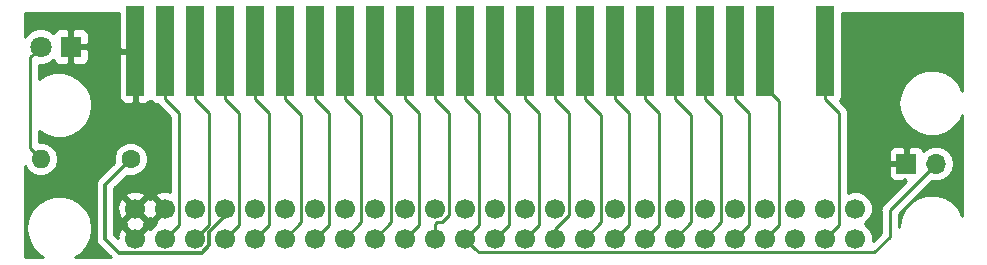
<source format=gbr>
G04 #@! TF.GenerationSoftware,KiCad,Pcbnew,(5.0.1-3-g963ef8bb5)*
G04 #@! TF.CreationDate,2020-10-05T19:50:21+01:00*
G04 #@! TF.ProjectId,ACE_Backplane_Adaptor_B,4143455F4261636B706C616E655F4164,rev?*
G04 #@! TF.SameCoordinates,Original*
G04 #@! TF.FileFunction,Copper,L2,Bot,Signal*
G04 #@! TF.FilePolarity,Positive*
%FSLAX46Y46*%
G04 Gerber Fmt 4.6, Leading zero omitted, Abs format (unit mm)*
G04 Created by KiCad (PCBNEW (5.0.1-3-g963ef8bb5)) date Monday, 05 October 2020 at 19:50:21*
%MOMM*%
%LPD*%
G01*
G04 APERTURE LIST*
G04 #@! TA.AperFunction,ComponentPad*
%ADD10R,1.700000X1.700000*%
G04 #@! TD*
G04 #@! TA.AperFunction,ComponentPad*
%ADD11O,1.700000X1.700000*%
G04 #@! TD*
G04 #@! TA.AperFunction,SMDPad,CuDef*
%ADD12R,1.524000X7.620000*%
G04 #@! TD*
G04 #@! TA.AperFunction,ComponentPad*
%ADD13R,1.800000X1.800000*%
G04 #@! TD*
G04 #@! TA.AperFunction,ComponentPad*
%ADD14C,1.800000*%
G04 #@! TD*
G04 #@! TA.AperFunction,ComponentPad*
%ADD15C,1.600000*%
G04 #@! TD*
G04 #@! TA.AperFunction,ComponentPad*
%ADD16O,1.600000X1.600000*%
G04 #@! TD*
G04 #@! TA.AperFunction,ComponentPad*
%ADD17C,1.700000*%
G04 #@! TD*
G04 #@! TA.AperFunction,Conductor*
%ADD18C,0.300000*%
G04 #@! TD*
G04 #@! TA.AperFunction,Conductor*
%ADD19C,0.250000*%
G04 #@! TD*
G04 #@! TA.AperFunction,Conductor*
%ADD20C,0.254000*%
G04 #@! TD*
G04 APERTURE END LIST*
D10*
G04 #@! TO.P,J2,1*
G04 #@! TO.N,GND*
X184785000Y-91694000D03*
D11*
G04 #@! TO.P,J2,2*
G04 #@! TO.N,Net-(J1-PadB12)*
X187325000Y-91694000D03*
G04 #@! TD*
D12*
G04 #@! TO.P,Z1,B1*
G04 #@! TO.N,GND*
X119507000Y-82169000D03*
G04 #@! TO.P,Z1,B2*
G04 #@! TO.N,Net-(J1-PadB2)*
X122047000Y-82169000D03*
G04 #@! TO.P,Z1,B4*
G04 #@! TO.N,Net-(J1-PadB4)*
X127127000Y-82169000D03*
G04 #@! TO.P,Z1,B3*
G04 #@! TO.N,Net-(J1-PadB3)*
X124587000Y-82169000D03*
G04 #@! TO.P,Z1,B10*
G04 #@! TO.N,Net-(J1-PadB10)*
X142367000Y-82169000D03*
G04 #@! TO.P,Z1,B11*
G04 #@! TO.N,Net-(J1-PadB11)*
X144907000Y-82169000D03*
G04 #@! TO.P,Z1,B12*
G04 #@! TO.N,Net-(J1-PadB12)*
X147447000Y-82169000D03*
G04 #@! TO.P,Z1,B13*
G04 #@! TO.N,Net-(J1-PadB13)*
X149987000Y-82169000D03*
G04 #@! TO.P,Z1,B9*
G04 #@! TO.N,Net-(J1-PadB9)*
X139827000Y-82169000D03*
G04 #@! TO.P,Z1,B8*
G04 #@! TO.N,Net-(J1-PadB8)*
X137287000Y-82169000D03*
G04 #@! TO.P,Z1,B7*
G04 #@! TO.N,Net-(J1-PadB7)*
X134747000Y-82169000D03*
G04 #@! TO.P,Z1,B6*
G04 #@! TO.N,Net-(J1-PadB6)*
X132207000Y-82169000D03*
G04 #@! TO.P,Z1,B22*
G04 #@! TO.N,Net-(J1-PadB22)*
X172847000Y-82169000D03*
G04 #@! TO.P,Z1,B24*
G04 #@! TO.N,Net-(J1-PadB24)*
X177927000Y-82169000D03*
G04 #@! TO.P,Z1,B5*
G04 #@! TO.N,Net-(J1-PadB5)*
X129667000Y-82169000D03*
G04 #@! TO.P,Z1,B18*
G04 #@! TO.N,Net-(J1-PadB18)*
X162687000Y-82169000D03*
G04 #@! TO.P,Z1,B19*
G04 #@! TO.N,Net-(J1-PadB19)*
X165227000Y-82169000D03*
G04 #@! TO.P,Z1,B20*
G04 #@! TO.N,Net-(J1-PadB20)*
X167767000Y-82169000D03*
G04 #@! TO.P,Z1,B21*
G04 #@! TO.N,Net-(J1-PadB21)*
X170307000Y-82169000D03*
G04 #@! TO.P,Z1,B17*
G04 #@! TO.N,Net-(J1-PadB17)*
X160147000Y-82169000D03*
G04 #@! TO.P,Z1,B16*
G04 #@! TO.N,Net-(J1-PadB16)*
X157607000Y-82169000D03*
G04 #@! TO.P,Z1,B15*
G04 #@! TO.N,Net-(J1-PadB15)*
X155067000Y-82169000D03*
G04 #@! TO.P,Z1,B14*
G04 #@! TO.N,Net-(J1-PadB14)*
X152527000Y-82169000D03*
G04 #@! TD*
D13*
G04 #@! TO.P,D1,1*
G04 #@! TO.N,GND*
X114046000Y-81788000D03*
D14*
G04 #@! TO.P,D1,2*
G04 #@! TO.N,Net-(D1-Pad2)*
X111506000Y-81788000D03*
G04 #@! TD*
D15*
G04 #@! TO.P,R1,1*
G04 #@! TO.N,Net-(J1-PadA4)*
X119126000Y-91313000D03*
D16*
G04 #@! TO.P,R1,2*
G04 #@! TO.N,Net-(D1-Pad2)*
X111506000Y-91313000D03*
G04 #@! TD*
D17*
G04 #@! TO.P,J1,A14*
G04 #@! TO.N,Net-(J1-PadA14)*
X152527000Y-95504000D03*
G04 #@! TO.P,J1,A15*
G04 #@! TO.N,Net-(J1-PadA15)*
X155067000Y-95504000D03*
G04 #@! TO.P,J1,A16*
G04 #@! TO.N,Net-(J1-PadA16)*
X157607000Y-95504000D03*
G04 #@! TO.P,J1,A17*
G04 #@! TO.N,Net-(J1-PadA17)*
X160147000Y-95504000D03*
G04 #@! TO.P,J1,A18*
G04 #@! TO.N,Net-(J1-PadA18)*
X162687000Y-95504000D03*
G04 #@! TO.P,J1,A19*
G04 #@! TO.N,Net-(J1-PadA19)*
X165227000Y-95504000D03*
G04 #@! TO.P,J1,A20*
G04 #@! TO.N,Net-(J1-PadA20)*
X167767000Y-95504000D03*
G04 #@! TO.P,J1,A21*
G04 #@! TO.N,Net-(J1-PadA21)*
X170307000Y-95504000D03*
G04 #@! TO.P,J1,A22*
G04 #@! TO.N,Net-(J1-PadA22)*
X172847000Y-95504000D03*
G04 #@! TO.P,J1,*
G04 #@! TO.N,*
X175387000Y-95504000D03*
G04 #@! TO.P,J1,A24*
G04 #@! TO.N,Net-(J1-PadA24)*
X177927000Y-95504000D03*
G04 #@! TO.P,J1,A13*
G04 #@! TO.N,Net-(J1-PadA13)*
X149987000Y-95504000D03*
G04 #@! TO.P,J1,A12*
G04 #@! TO.N,Net-(J1-PadA12)*
X147447000Y-95504000D03*
G04 #@! TO.P,J1,A11*
G04 #@! TO.N,Net-(J1-PadA11)*
X144907000Y-95504000D03*
G04 #@! TO.P,J1,A10*
G04 #@! TO.N,Net-(J1-PadA10)*
X142367000Y-95504000D03*
G04 #@! TO.P,J1,A9*
G04 #@! TO.N,Net-(J1-PadA9)*
X139827000Y-95504000D03*
G04 #@! TO.P,J1,A8*
G04 #@! TO.N,Net-(J1-PadA8)*
X137287000Y-95504000D03*
G04 #@! TO.P,J1,A7*
G04 #@! TO.N,Net-(J1-PadA7)*
X134747000Y-95504000D03*
G04 #@! TO.P,J1,A6*
G04 #@! TO.N,Net-(J1-PadA6)*
X132207000Y-95504000D03*
G04 #@! TO.P,J1,A5*
G04 #@! TO.N,Net-(J1-PadA5)*
X129667000Y-95504000D03*
G04 #@! TO.P,J1,A4*
G04 #@! TO.N,Net-(J1-PadA4)*
X127127000Y-95504000D03*
G04 #@! TO.P,J1,A3*
G04 #@! TO.N,Net-(J1-PadA3)*
X124587000Y-95504000D03*
G04 #@! TO.P,J1,A2*
G04 #@! TO.N,GND*
X122047000Y-95504000D03*
G04 #@! TO.P,J1,A1*
X119507000Y-95504000D03*
G04 #@! TO.P,J1,B1*
X119507000Y-98044000D03*
G04 #@! TO.P,J1,B2*
G04 #@! TO.N,Net-(J1-PadB2)*
X122047000Y-98044000D03*
G04 #@! TO.P,J1,B3*
G04 #@! TO.N,Net-(J1-PadB3)*
X124587000Y-98044000D03*
G04 #@! TO.P,J1,B4*
G04 #@! TO.N,Net-(J1-PadB4)*
X127127000Y-98044000D03*
G04 #@! TO.P,J1,B5*
G04 #@! TO.N,Net-(J1-PadB5)*
X129667000Y-98044000D03*
G04 #@! TO.P,J1,B6*
G04 #@! TO.N,Net-(J1-PadB6)*
X132207000Y-98044000D03*
G04 #@! TO.P,J1,B7*
G04 #@! TO.N,Net-(J1-PadB7)*
X134747000Y-98044000D03*
G04 #@! TO.P,J1,B8*
G04 #@! TO.N,Net-(J1-PadB8)*
X137287000Y-98044000D03*
G04 #@! TO.P,J1,B9*
G04 #@! TO.N,Net-(J1-PadB9)*
X139827000Y-98044000D03*
G04 #@! TO.P,J1,B10*
G04 #@! TO.N,Net-(J1-PadB10)*
X142367000Y-98044000D03*
G04 #@! TO.P,J1,B11*
G04 #@! TO.N,Net-(J1-PadB11)*
X144907000Y-98044000D03*
G04 #@! TO.P,J1,B12*
G04 #@! TO.N,Net-(J1-PadB12)*
X147447000Y-98044000D03*
G04 #@! TO.P,J1,B13*
G04 #@! TO.N,Net-(J1-PadB13)*
X149987000Y-98044000D03*
G04 #@! TO.P,J1,B24*
G04 #@! TO.N,Net-(J1-PadB24)*
X177927000Y-98044000D03*
G04 #@! TO.P,J1,*
G04 #@! TO.N,*
X175387000Y-98044000D03*
G04 #@! TO.P,J1,B22*
G04 #@! TO.N,Net-(J1-PadB22)*
X172847000Y-98044000D03*
G04 #@! TO.P,J1,B21*
G04 #@! TO.N,Net-(J1-PadB21)*
X170307000Y-98044000D03*
G04 #@! TO.P,J1,B20*
G04 #@! TO.N,Net-(J1-PadB20)*
X167767000Y-98044000D03*
G04 #@! TO.P,J1,B19*
G04 #@! TO.N,Net-(J1-PadB19)*
X165227000Y-98044000D03*
G04 #@! TO.P,J1,B18*
G04 #@! TO.N,Net-(J1-PadB18)*
X162687000Y-98044000D03*
G04 #@! TO.P,J1,B17*
G04 #@! TO.N,Net-(J1-PadB17)*
X160147000Y-98044000D03*
G04 #@! TO.P,J1,B16*
G04 #@! TO.N,Net-(J1-PadB16)*
X157607000Y-98044000D03*
G04 #@! TO.P,J1,B15*
G04 #@! TO.N,Net-(J1-PadB15)*
X155067000Y-98044000D03*
G04 #@! TO.P,J1,B14*
G04 #@! TO.N,Net-(J1-PadB14)*
X152527000Y-98044000D03*
G04 #@! TO.P,J1,A25*
G04 #@! TO.N,N/C*
X180467000Y-95504000D03*
G04 #@! TO.P,J1,B25*
X180467000Y-98044000D03*
G04 #@! TD*
D18*
G04 #@! TO.N,Net-(J1-PadA4)*
X125163001Y-99244001D02*
X118167001Y-99244001D01*
X125787001Y-98620001D02*
X125163001Y-99244001D01*
X125787001Y-97515763D02*
X125787001Y-98620001D01*
X127127000Y-96175764D02*
X125787001Y-97515763D01*
X127127000Y-95504000D02*
X127127000Y-96175764D01*
X118167001Y-99244001D02*
X116967000Y-98044000D01*
X116967000Y-93472000D02*
X119126000Y-91313000D01*
X116967000Y-98044000D02*
X116967000Y-93472000D01*
D19*
G04 #@! TO.N,Net-(J1-PadB2)*
X122047000Y-86229000D02*
X122047000Y-82169000D01*
X123222001Y-87404001D02*
X122047000Y-86229000D01*
X123222001Y-96868999D02*
X123222001Y-87404001D01*
X122047000Y-98044000D02*
X123222001Y-96868999D01*
G04 #@! TO.N,Net-(J1-PadB3)*
X124587000Y-86229000D02*
X124587000Y-82169000D01*
X125762001Y-87404001D02*
X124587000Y-86229000D01*
X125762001Y-96868999D02*
X125762001Y-87404001D01*
X124587000Y-98044000D02*
X125762001Y-96868999D01*
G04 #@! TO.N,Net-(J1-PadB4)*
X127127000Y-86229000D02*
X127127000Y-82169000D01*
X128302001Y-87404001D02*
X127127000Y-86229000D01*
X128302001Y-96868999D02*
X128302001Y-87404001D01*
X127127000Y-98044000D02*
X128302001Y-96868999D01*
G04 #@! TO.N,Net-(J1-PadB5)*
X129667000Y-86229000D02*
X129667000Y-82169000D01*
X130842001Y-87404001D02*
X129667000Y-86229000D01*
X130842001Y-96868999D02*
X130842001Y-87404001D01*
X129667000Y-98044000D02*
X130842001Y-96868999D01*
G04 #@! TO.N,Net-(J1-PadB6)*
X132207000Y-86229000D02*
X132207000Y-82169000D01*
X133571999Y-87593999D02*
X132207000Y-86229000D01*
X133571999Y-96679001D02*
X133571999Y-87593999D01*
X132207000Y-98044000D02*
X133571999Y-96679001D01*
G04 #@! TO.N,Net-(J1-PadB7)*
X135922001Y-87404001D02*
X134747000Y-86229000D01*
X134747000Y-86229000D02*
X134747000Y-82169000D01*
X135922001Y-96868999D02*
X135922001Y-87404001D01*
X134747000Y-98044000D02*
X135922001Y-96868999D01*
G04 #@! TO.N,Net-(J1-PadB8)*
X137287000Y-86229000D02*
X137287000Y-82169000D01*
X138651999Y-87593999D02*
X137287000Y-86229000D01*
X138651999Y-96679001D02*
X138651999Y-87593999D01*
X137287000Y-98044000D02*
X138651999Y-96679001D01*
G04 #@! TO.N,Net-(J1-PadB9)*
X141191999Y-87593999D02*
X139827000Y-86229000D01*
X141191999Y-96679001D02*
X141191999Y-87593999D01*
X139827000Y-86229000D02*
X139827000Y-82169000D01*
X139827000Y-98044000D02*
X141191999Y-96679001D01*
G04 #@! TO.N,Net-(J1-PadB10)*
X142367000Y-86229000D02*
X142367000Y-82169000D01*
X143542001Y-87404001D02*
X142367000Y-86229000D01*
X143542001Y-96868999D02*
X143542001Y-87404001D01*
X142367000Y-98044000D02*
X143542001Y-96868999D01*
G04 #@! TO.N,Net-(J1-PadB11)*
X146082001Y-87404001D02*
X144907000Y-86229000D01*
X146082001Y-96068001D02*
X146082001Y-87404001D01*
X145471001Y-96679001D02*
X146082001Y-96068001D01*
X145069918Y-96679001D02*
X145471001Y-96679001D01*
X144907000Y-96841919D02*
X145069918Y-96679001D01*
X144907000Y-86229000D02*
X144907000Y-82169000D01*
X144907000Y-98044000D02*
X144907000Y-96841919D01*
G04 #@! TO.N,Net-(J1-PadB12)*
X187325000Y-91694000D02*
X183388000Y-95631000D01*
X183388000Y-95631000D02*
X183388000Y-97917000D01*
X148296999Y-98893999D02*
X147447000Y-98044000D01*
X148622001Y-99219001D02*
X148296999Y-98893999D01*
X182085999Y-99219001D02*
X148622001Y-99219001D01*
X183388000Y-97917000D02*
X182085999Y-99219001D01*
X148622001Y-87404001D02*
X147447000Y-86229000D01*
X148622001Y-96868999D02*
X148622001Y-87404001D01*
X147447000Y-86229000D02*
X147447000Y-82169000D01*
X147447000Y-98044000D02*
X148622001Y-96868999D01*
G04 #@! TO.N,Net-(J1-PadB13)*
X149987000Y-86229000D02*
X149987000Y-82169000D01*
X151162001Y-87404001D02*
X149987000Y-86229000D01*
X151162001Y-96868999D02*
X151162001Y-87404001D01*
X149987000Y-98044000D02*
X151162001Y-96868999D01*
G04 #@! TO.N,Net-(J1-PadB24)*
X177927000Y-86229000D02*
X177927000Y-82169000D01*
X179102001Y-87404001D02*
X177927000Y-86229000D01*
X179102001Y-96868999D02*
X179102001Y-87404001D01*
X177927000Y-98044000D02*
X179102001Y-96868999D01*
G04 #@! TO.N,Net-(J1-PadB22)*
X172847000Y-85217000D02*
X172847000Y-82169000D01*
X174022001Y-86392001D02*
X172847000Y-85217000D01*
X174022001Y-96868999D02*
X174022001Y-86392001D01*
X172847000Y-98044000D02*
X174022001Y-96868999D01*
G04 #@! TO.N,Net-(J1-PadB21)*
X170307000Y-86229000D02*
X170307000Y-82169000D01*
X171482001Y-96868999D02*
X171482001Y-87404001D01*
X171482001Y-87404001D02*
X170307000Y-86229000D01*
X170307000Y-98044000D02*
X171482001Y-96868999D01*
G04 #@! TO.N,Net-(J1-PadB20)*
X167767000Y-86229000D02*
X167767000Y-82169000D01*
X169131999Y-96679001D02*
X169131999Y-87593999D01*
X169131999Y-87593999D02*
X167767000Y-86229000D01*
X167767000Y-98044000D02*
X169131999Y-96679001D01*
G04 #@! TO.N,Net-(J1-PadB19)*
X166591999Y-87593999D02*
X165227000Y-86229000D01*
X166591999Y-96679001D02*
X166591999Y-87593999D01*
X165227000Y-86229000D02*
X165227000Y-82169000D01*
X165227000Y-98044000D02*
X166591999Y-96679001D01*
G04 #@! TO.N,Net-(J1-PadB18)*
X162687000Y-86229000D02*
X162687000Y-82169000D01*
X163862001Y-87404001D02*
X162687000Y-86229000D01*
X163862001Y-96868999D02*
X163862001Y-87404001D01*
X162687000Y-98044000D02*
X163862001Y-96868999D01*
G04 #@! TO.N,Net-(J1-PadB17)*
X161322001Y-87404001D02*
X160147000Y-86229000D01*
X161322001Y-96868999D02*
X161322001Y-87404001D01*
X160147000Y-86229000D02*
X160147000Y-82169000D01*
X160147000Y-98044000D02*
X161322001Y-96868999D01*
G04 #@! TO.N,Net-(J1-PadB16)*
X158971999Y-87593999D02*
X157607000Y-86229000D01*
X158971999Y-96679001D02*
X158971999Y-87593999D01*
X157607000Y-86229000D02*
X157607000Y-82169000D01*
X157607000Y-98044000D02*
X158971999Y-96679001D01*
G04 #@! TO.N,Net-(J1-PadB15)*
X155067000Y-86229000D02*
X155067000Y-82169000D01*
X156242001Y-87404001D02*
X155067000Y-86229000D01*
X156242001Y-96068001D02*
X156242001Y-87404001D01*
X155067000Y-97243002D02*
X156242001Y-96068001D01*
X155067000Y-98044000D02*
X155067000Y-97243002D01*
G04 #@! TO.N,Net-(J1-PadB14)*
X153702001Y-87404001D02*
X152527000Y-86229000D01*
X152527000Y-86229000D02*
X152527000Y-82169000D01*
X153702001Y-96868999D02*
X153702001Y-87404001D01*
X152527000Y-98044000D02*
X153702001Y-96868999D01*
G04 #@! TO.N,Net-(D1-Pad2)*
X111506000Y-81788000D02*
X110606001Y-82687999D01*
X110606001Y-90413001D02*
X111506000Y-91313000D01*
X110606001Y-82687999D02*
X110606001Y-90413001D01*
G04 #@! TD*
D20*
G04 #@! TO.N,GND*
G36*
X118110000Y-81883250D02*
X118268750Y-82042000D01*
X119380000Y-82042000D01*
X119380000Y-82022000D01*
X119634000Y-82022000D01*
X119634000Y-82042000D01*
X119654000Y-82042000D01*
X119654000Y-82296000D01*
X119634000Y-82296000D01*
X119634000Y-86455250D01*
X119792750Y-86614000D01*
X120395309Y-86614000D01*
X120628698Y-86517327D01*
X120779937Y-86366089D01*
X120827191Y-86436809D01*
X121037235Y-86577157D01*
X121285000Y-86626440D01*
X121398518Y-86626440D01*
X121499071Y-86776929D01*
X121562530Y-86819331D01*
X122462002Y-87718805D01*
X122462001Y-94074856D01*
X122275721Y-94007282D01*
X121685542Y-94033685D01*
X121262920Y-94208741D01*
X121182647Y-94460042D01*
X122047000Y-95324395D01*
X122061143Y-95310253D01*
X122240748Y-95489858D01*
X122226605Y-95504000D01*
X122240748Y-95518143D01*
X122061143Y-95697748D01*
X122047000Y-95683605D01*
X121182647Y-96547958D01*
X121252247Y-96765845D01*
X121205815Y-96785078D01*
X120788078Y-97202815D01*
X120768845Y-97249247D01*
X120550958Y-97179647D01*
X119686605Y-98044000D01*
X119700748Y-98058143D01*
X119521143Y-98237748D01*
X119507000Y-98223605D01*
X119492858Y-98237748D01*
X119313253Y-98058143D01*
X119327395Y-98044000D01*
X118463042Y-97179647D01*
X118211741Y-97259920D01*
X118010282Y-97815279D01*
X118017862Y-97984705D01*
X117752000Y-97718843D01*
X117752000Y-96547958D01*
X118642647Y-96547958D01*
X118714852Y-96774000D01*
X118642647Y-97000042D01*
X119507000Y-97864395D01*
X120371353Y-97000042D01*
X120299148Y-96774000D01*
X120371353Y-96547958D01*
X119507000Y-95683605D01*
X118642647Y-96547958D01*
X117752000Y-96547958D01*
X117752000Y-95275279D01*
X118010282Y-95275279D01*
X118036685Y-95865458D01*
X118211741Y-96288080D01*
X118463042Y-96368353D01*
X119327395Y-95504000D01*
X119686605Y-95504000D01*
X120550958Y-96368353D01*
X120777000Y-96296148D01*
X121003042Y-96368353D01*
X121867395Y-95504000D01*
X121003042Y-94639647D01*
X120777000Y-94711852D01*
X120550958Y-94639647D01*
X119686605Y-95504000D01*
X119327395Y-95504000D01*
X118463042Y-94639647D01*
X118211741Y-94719920D01*
X118010282Y-95275279D01*
X117752000Y-95275279D01*
X117752000Y-94460042D01*
X118642647Y-94460042D01*
X119507000Y-95324395D01*
X120371353Y-94460042D01*
X120291080Y-94208741D01*
X119735721Y-94007282D01*
X119145542Y-94033685D01*
X118722920Y-94208741D01*
X118642647Y-94460042D01*
X117752000Y-94460042D01*
X117752000Y-93797157D01*
X118812699Y-92736459D01*
X118840561Y-92748000D01*
X119411439Y-92748000D01*
X119938862Y-92529534D01*
X120342534Y-92125862D01*
X120561000Y-91598439D01*
X120561000Y-91027561D01*
X120342534Y-90500138D01*
X119938862Y-90096466D01*
X119411439Y-89878000D01*
X118840561Y-89878000D01*
X118313138Y-90096466D01*
X117909466Y-90500138D01*
X117691000Y-91027561D01*
X117691000Y-91598439D01*
X117702541Y-91626301D01*
X116466590Y-92862253D01*
X116401048Y-92906047D01*
X116357254Y-92971589D01*
X116357251Y-92971592D01*
X116227546Y-93165709D01*
X116166622Y-93472000D01*
X116182001Y-93549317D01*
X116182000Y-97966688D01*
X116166622Y-98044000D01*
X116182000Y-98121312D01*
X116182000Y-98121315D01*
X116227546Y-98350291D01*
X116401047Y-98609953D01*
X116466592Y-98653749D01*
X117432843Y-99620000D01*
X114447801Y-99620000D01*
X114924955Y-99310724D01*
X115444096Y-98708231D01*
X115773271Y-97984249D01*
X115886017Y-97196979D01*
X115885180Y-97128447D01*
X115753232Y-96344166D01*
X115406467Y-95628443D01*
X114872761Y-95038813D01*
X114195017Y-94622677D01*
X113427719Y-94413488D01*
X112632550Y-94428062D01*
X111873433Y-94665227D01*
X111211393Y-95105919D01*
X110699651Y-95714709D01*
X110379346Y-96442659D01*
X110276226Y-97231248D01*
X110398582Y-98017082D01*
X110736577Y-98736988D01*
X111263041Y-99333094D01*
X111717759Y-99620000D01*
X110184000Y-99620000D01*
X110184000Y-91917418D01*
X110471423Y-92347577D01*
X110946091Y-92664740D01*
X111364667Y-92748000D01*
X111647333Y-92748000D01*
X112065909Y-92664740D01*
X112540577Y-92347577D01*
X112857740Y-91872909D01*
X112969113Y-91313000D01*
X112857740Y-90753091D01*
X112540577Y-90278423D01*
X112065909Y-89961260D01*
X111647333Y-89878000D01*
X111366001Y-89878000D01*
X111366001Y-88948057D01*
X111935650Y-89307479D01*
X112700335Y-89526027D01*
X113495622Y-89521168D01*
X114257580Y-89293295D01*
X114924955Y-88860724D01*
X115444096Y-88258231D01*
X115773271Y-87534249D01*
X115886017Y-86746979D01*
X115885180Y-86678447D01*
X115753232Y-85894166D01*
X115406467Y-85178443D01*
X114872761Y-84588813D01*
X114195017Y-84172677D01*
X113427719Y-83963488D01*
X112632550Y-83978062D01*
X111873433Y-84215227D01*
X111366001Y-84553003D01*
X111366001Y-83323000D01*
X111811330Y-83323000D01*
X112375507Y-83089310D01*
X112551861Y-82912956D01*
X112607673Y-83047699D01*
X112786302Y-83226327D01*
X113019691Y-83323000D01*
X113760250Y-83323000D01*
X113919000Y-83164250D01*
X113919000Y-81915000D01*
X114173000Y-81915000D01*
X114173000Y-83164250D01*
X114331750Y-83323000D01*
X115072309Y-83323000D01*
X115305698Y-83226327D01*
X115484327Y-83047699D01*
X115581000Y-82814310D01*
X115581000Y-82454750D01*
X118110000Y-82454750D01*
X118110000Y-86105310D01*
X118206673Y-86338699D01*
X118385302Y-86517327D01*
X118618691Y-86614000D01*
X119221250Y-86614000D01*
X119380000Y-86455250D01*
X119380000Y-82296000D01*
X118268750Y-82296000D01*
X118110000Y-82454750D01*
X115581000Y-82454750D01*
X115581000Y-82073750D01*
X115422250Y-81915000D01*
X114173000Y-81915000D01*
X113919000Y-81915000D01*
X113899000Y-81915000D01*
X113899000Y-81661000D01*
X113919000Y-81661000D01*
X113919000Y-80411750D01*
X114173000Y-80411750D01*
X114173000Y-81661000D01*
X115422250Y-81661000D01*
X115581000Y-81502250D01*
X115581000Y-80761690D01*
X115484327Y-80528301D01*
X115305698Y-80349673D01*
X115072309Y-80253000D01*
X114331750Y-80253000D01*
X114173000Y-80411750D01*
X113919000Y-80411750D01*
X113760250Y-80253000D01*
X113019691Y-80253000D01*
X112786302Y-80349673D01*
X112607673Y-80528301D01*
X112551861Y-80663044D01*
X112375507Y-80486690D01*
X111811330Y-80253000D01*
X111200670Y-80253000D01*
X110636493Y-80486690D01*
X110204690Y-80918493D01*
X110184000Y-80968443D01*
X110184000Y-78942000D01*
X118110000Y-78942000D01*
X118110000Y-81883250D01*
X118110000Y-81883250D01*
G37*
X118110000Y-81883250D02*
X118268750Y-82042000D01*
X119380000Y-82042000D01*
X119380000Y-82022000D01*
X119634000Y-82022000D01*
X119634000Y-82042000D01*
X119654000Y-82042000D01*
X119654000Y-82296000D01*
X119634000Y-82296000D01*
X119634000Y-86455250D01*
X119792750Y-86614000D01*
X120395309Y-86614000D01*
X120628698Y-86517327D01*
X120779937Y-86366089D01*
X120827191Y-86436809D01*
X121037235Y-86577157D01*
X121285000Y-86626440D01*
X121398518Y-86626440D01*
X121499071Y-86776929D01*
X121562530Y-86819331D01*
X122462002Y-87718805D01*
X122462001Y-94074856D01*
X122275721Y-94007282D01*
X121685542Y-94033685D01*
X121262920Y-94208741D01*
X121182647Y-94460042D01*
X122047000Y-95324395D01*
X122061143Y-95310253D01*
X122240748Y-95489858D01*
X122226605Y-95504000D01*
X122240748Y-95518143D01*
X122061143Y-95697748D01*
X122047000Y-95683605D01*
X121182647Y-96547958D01*
X121252247Y-96765845D01*
X121205815Y-96785078D01*
X120788078Y-97202815D01*
X120768845Y-97249247D01*
X120550958Y-97179647D01*
X119686605Y-98044000D01*
X119700748Y-98058143D01*
X119521143Y-98237748D01*
X119507000Y-98223605D01*
X119492858Y-98237748D01*
X119313253Y-98058143D01*
X119327395Y-98044000D01*
X118463042Y-97179647D01*
X118211741Y-97259920D01*
X118010282Y-97815279D01*
X118017862Y-97984705D01*
X117752000Y-97718843D01*
X117752000Y-96547958D01*
X118642647Y-96547958D01*
X118714852Y-96774000D01*
X118642647Y-97000042D01*
X119507000Y-97864395D01*
X120371353Y-97000042D01*
X120299148Y-96774000D01*
X120371353Y-96547958D01*
X119507000Y-95683605D01*
X118642647Y-96547958D01*
X117752000Y-96547958D01*
X117752000Y-95275279D01*
X118010282Y-95275279D01*
X118036685Y-95865458D01*
X118211741Y-96288080D01*
X118463042Y-96368353D01*
X119327395Y-95504000D01*
X119686605Y-95504000D01*
X120550958Y-96368353D01*
X120777000Y-96296148D01*
X121003042Y-96368353D01*
X121867395Y-95504000D01*
X121003042Y-94639647D01*
X120777000Y-94711852D01*
X120550958Y-94639647D01*
X119686605Y-95504000D01*
X119327395Y-95504000D01*
X118463042Y-94639647D01*
X118211741Y-94719920D01*
X118010282Y-95275279D01*
X117752000Y-95275279D01*
X117752000Y-94460042D01*
X118642647Y-94460042D01*
X119507000Y-95324395D01*
X120371353Y-94460042D01*
X120291080Y-94208741D01*
X119735721Y-94007282D01*
X119145542Y-94033685D01*
X118722920Y-94208741D01*
X118642647Y-94460042D01*
X117752000Y-94460042D01*
X117752000Y-93797157D01*
X118812699Y-92736459D01*
X118840561Y-92748000D01*
X119411439Y-92748000D01*
X119938862Y-92529534D01*
X120342534Y-92125862D01*
X120561000Y-91598439D01*
X120561000Y-91027561D01*
X120342534Y-90500138D01*
X119938862Y-90096466D01*
X119411439Y-89878000D01*
X118840561Y-89878000D01*
X118313138Y-90096466D01*
X117909466Y-90500138D01*
X117691000Y-91027561D01*
X117691000Y-91598439D01*
X117702541Y-91626301D01*
X116466590Y-92862253D01*
X116401048Y-92906047D01*
X116357254Y-92971589D01*
X116357251Y-92971592D01*
X116227546Y-93165709D01*
X116166622Y-93472000D01*
X116182001Y-93549317D01*
X116182000Y-97966688D01*
X116166622Y-98044000D01*
X116182000Y-98121312D01*
X116182000Y-98121315D01*
X116227546Y-98350291D01*
X116401047Y-98609953D01*
X116466592Y-98653749D01*
X117432843Y-99620000D01*
X114447801Y-99620000D01*
X114924955Y-99310724D01*
X115444096Y-98708231D01*
X115773271Y-97984249D01*
X115886017Y-97196979D01*
X115885180Y-97128447D01*
X115753232Y-96344166D01*
X115406467Y-95628443D01*
X114872761Y-95038813D01*
X114195017Y-94622677D01*
X113427719Y-94413488D01*
X112632550Y-94428062D01*
X111873433Y-94665227D01*
X111211393Y-95105919D01*
X110699651Y-95714709D01*
X110379346Y-96442659D01*
X110276226Y-97231248D01*
X110398582Y-98017082D01*
X110736577Y-98736988D01*
X111263041Y-99333094D01*
X111717759Y-99620000D01*
X110184000Y-99620000D01*
X110184000Y-91917418D01*
X110471423Y-92347577D01*
X110946091Y-92664740D01*
X111364667Y-92748000D01*
X111647333Y-92748000D01*
X112065909Y-92664740D01*
X112540577Y-92347577D01*
X112857740Y-91872909D01*
X112969113Y-91313000D01*
X112857740Y-90753091D01*
X112540577Y-90278423D01*
X112065909Y-89961260D01*
X111647333Y-89878000D01*
X111366001Y-89878000D01*
X111366001Y-88948057D01*
X111935650Y-89307479D01*
X112700335Y-89526027D01*
X113495622Y-89521168D01*
X114257580Y-89293295D01*
X114924955Y-88860724D01*
X115444096Y-88258231D01*
X115773271Y-87534249D01*
X115886017Y-86746979D01*
X115885180Y-86678447D01*
X115753232Y-85894166D01*
X115406467Y-85178443D01*
X114872761Y-84588813D01*
X114195017Y-84172677D01*
X113427719Y-83963488D01*
X112632550Y-83978062D01*
X111873433Y-84215227D01*
X111366001Y-84553003D01*
X111366001Y-83323000D01*
X111811330Y-83323000D01*
X112375507Y-83089310D01*
X112551861Y-82912956D01*
X112607673Y-83047699D01*
X112786302Y-83226327D01*
X113019691Y-83323000D01*
X113760250Y-83323000D01*
X113919000Y-83164250D01*
X113919000Y-81915000D01*
X114173000Y-81915000D01*
X114173000Y-83164250D01*
X114331750Y-83323000D01*
X115072309Y-83323000D01*
X115305698Y-83226327D01*
X115484327Y-83047699D01*
X115581000Y-82814310D01*
X115581000Y-82454750D01*
X118110000Y-82454750D01*
X118110000Y-86105310D01*
X118206673Y-86338699D01*
X118385302Y-86517327D01*
X118618691Y-86614000D01*
X119221250Y-86614000D01*
X119380000Y-86455250D01*
X119380000Y-82296000D01*
X118268750Y-82296000D01*
X118110000Y-82454750D01*
X115581000Y-82454750D01*
X115581000Y-82073750D01*
X115422250Y-81915000D01*
X114173000Y-81915000D01*
X113919000Y-81915000D01*
X113899000Y-81915000D01*
X113899000Y-81661000D01*
X113919000Y-81661000D01*
X113919000Y-80411750D01*
X114173000Y-80411750D01*
X114173000Y-81661000D01*
X115422250Y-81661000D01*
X115581000Y-81502250D01*
X115581000Y-80761690D01*
X115484327Y-80528301D01*
X115305698Y-80349673D01*
X115072309Y-80253000D01*
X114331750Y-80253000D01*
X114173000Y-80411750D01*
X113919000Y-80411750D01*
X113760250Y-80253000D01*
X113019691Y-80253000D01*
X112786302Y-80349673D01*
X112607673Y-80528301D01*
X112551861Y-80663044D01*
X112375507Y-80486690D01*
X111811330Y-80253000D01*
X111200670Y-80253000D01*
X110636493Y-80486690D01*
X110204690Y-80918493D01*
X110184000Y-80968443D01*
X110184000Y-78942000D01*
X118110000Y-78942000D01*
X118110000Y-81883250D01*
G36*
X189536001Y-85537809D02*
X189269450Y-84987648D01*
X188735744Y-84398018D01*
X188058000Y-83981882D01*
X187290702Y-83772693D01*
X186495533Y-83787267D01*
X185736416Y-84024432D01*
X185074376Y-84465124D01*
X184562634Y-85073914D01*
X184242329Y-85801864D01*
X184139209Y-86590453D01*
X184261565Y-87376287D01*
X184599560Y-88096193D01*
X185126024Y-88692299D01*
X185798633Y-89116684D01*
X186563318Y-89335232D01*
X187358605Y-89330373D01*
X188120563Y-89102500D01*
X188787938Y-88669929D01*
X189307079Y-88067436D01*
X189536001Y-87563950D01*
X189536000Y-96118624D01*
X189269450Y-95568464D01*
X188735744Y-94978834D01*
X188058000Y-94562698D01*
X187290702Y-94353509D01*
X186495533Y-94368083D01*
X185736416Y-94605248D01*
X185074376Y-95045940D01*
X184562634Y-95654730D01*
X184242329Y-96382680D01*
X184148000Y-97104042D01*
X184148000Y-95945801D01*
X186958592Y-93135209D01*
X187178744Y-93179000D01*
X187471256Y-93179000D01*
X187904418Y-93092839D01*
X188395625Y-92764625D01*
X188723839Y-92273418D01*
X188839092Y-91694000D01*
X188723839Y-91114582D01*
X188395625Y-90623375D01*
X187904418Y-90295161D01*
X187471256Y-90209000D01*
X187178744Y-90209000D01*
X186745582Y-90295161D01*
X186254375Y-90623375D01*
X186239904Y-90645033D01*
X186173327Y-90484302D01*
X185994699Y-90305673D01*
X185761310Y-90209000D01*
X185070750Y-90209000D01*
X184912000Y-90367750D01*
X184912000Y-91567000D01*
X184932000Y-91567000D01*
X184932000Y-91821000D01*
X184912000Y-91821000D01*
X184912000Y-91841000D01*
X184658000Y-91841000D01*
X184658000Y-91821000D01*
X183458750Y-91821000D01*
X183300000Y-91979750D01*
X183300000Y-92670309D01*
X183396673Y-92903698D01*
X183575301Y-93082327D01*
X183808690Y-93179000D01*
X184499250Y-93179000D01*
X184657998Y-93020252D01*
X184657998Y-93179000D01*
X184765198Y-93179000D01*
X182903530Y-95040669D01*
X182840071Y-95083071D01*
X182672096Y-95334464D01*
X182628000Y-95556149D01*
X182628000Y-95556153D01*
X182613112Y-95631000D01*
X182628000Y-95705847D01*
X182628001Y-97602197D01*
X181952000Y-98278198D01*
X181952000Y-97748615D01*
X181725922Y-97202815D01*
X181308185Y-96785078D01*
X181281440Y-96774000D01*
X181308185Y-96762922D01*
X181725922Y-96345185D01*
X181952000Y-95799385D01*
X181952000Y-95208615D01*
X181725922Y-94662815D01*
X181308185Y-94245078D01*
X180762385Y-94019000D01*
X180171615Y-94019000D01*
X179862001Y-94147246D01*
X179862001Y-90717691D01*
X183300000Y-90717691D01*
X183300000Y-91408250D01*
X183458750Y-91567000D01*
X184658000Y-91567000D01*
X184658000Y-90367750D01*
X184499250Y-90209000D01*
X183808690Y-90209000D01*
X183575301Y-90305673D01*
X183396673Y-90484302D01*
X183300000Y-90717691D01*
X179862001Y-90717691D01*
X179862001Y-87478847D01*
X179876889Y-87404000D01*
X179862001Y-87329153D01*
X179862001Y-87329149D01*
X179817905Y-87107464D01*
X179775269Y-87043655D01*
X179692330Y-86919527D01*
X179692328Y-86919525D01*
X179649930Y-86856072D01*
X179586477Y-86813674D01*
X179171964Y-86399162D01*
X179287157Y-86226765D01*
X179336440Y-85979000D01*
X179336440Y-78942000D01*
X189536001Y-78942000D01*
X189536001Y-85537809D01*
X189536001Y-85537809D01*
G37*
X189536001Y-85537809D02*
X189269450Y-84987648D01*
X188735744Y-84398018D01*
X188058000Y-83981882D01*
X187290702Y-83772693D01*
X186495533Y-83787267D01*
X185736416Y-84024432D01*
X185074376Y-84465124D01*
X184562634Y-85073914D01*
X184242329Y-85801864D01*
X184139209Y-86590453D01*
X184261565Y-87376287D01*
X184599560Y-88096193D01*
X185126024Y-88692299D01*
X185798633Y-89116684D01*
X186563318Y-89335232D01*
X187358605Y-89330373D01*
X188120563Y-89102500D01*
X188787938Y-88669929D01*
X189307079Y-88067436D01*
X189536001Y-87563950D01*
X189536000Y-96118624D01*
X189269450Y-95568464D01*
X188735744Y-94978834D01*
X188058000Y-94562698D01*
X187290702Y-94353509D01*
X186495533Y-94368083D01*
X185736416Y-94605248D01*
X185074376Y-95045940D01*
X184562634Y-95654730D01*
X184242329Y-96382680D01*
X184148000Y-97104042D01*
X184148000Y-95945801D01*
X186958592Y-93135209D01*
X187178744Y-93179000D01*
X187471256Y-93179000D01*
X187904418Y-93092839D01*
X188395625Y-92764625D01*
X188723839Y-92273418D01*
X188839092Y-91694000D01*
X188723839Y-91114582D01*
X188395625Y-90623375D01*
X187904418Y-90295161D01*
X187471256Y-90209000D01*
X187178744Y-90209000D01*
X186745582Y-90295161D01*
X186254375Y-90623375D01*
X186239904Y-90645033D01*
X186173327Y-90484302D01*
X185994699Y-90305673D01*
X185761310Y-90209000D01*
X185070750Y-90209000D01*
X184912000Y-90367750D01*
X184912000Y-91567000D01*
X184932000Y-91567000D01*
X184932000Y-91821000D01*
X184912000Y-91821000D01*
X184912000Y-91841000D01*
X184658000Y-91841000D01*
X184658000Y-91821000D01*
X183458750Y-91821000D01*
X183300000Y-91979750D01*
X183300000Y-92670309D01*
X183396673Y-92903698D01*
X183575301Y-93082327D01*
X183808690Y-93179000D01*
X184499250Y-93179000D01*
X184657998Y-93020252D01*
X184657998Y-93179000D01*
X184765198Y-93179000D01*
X182903530Y-95040669D01*
X182840071Y-95083071D01*
X182672096Y-95334464D01*
X182628000Y-95556149D01*
X182628000Y-95556153D01*
X182613112Y-95631000D01*
X182628000Y-95705847D01*
X182628001Y-97602197D01*
X181952000Y-98278198D01*
X181952000Y-97748615D01*
X181725922Y-97202815D01*
X181308185Y-96785078D01*
X181281440Y-96774000D01*
X181308185Y-96762922D01*
X181725922Y-96345185D01*
X181952000Y-95799385D01*
X181952000Y-95208615D01*
X181725922Y-94662815D01*
X181308185Y-94245078D01*
X180762385Y-94019000D01*
X180171615Y-94019000D01*
X179862001Y-94147246D01*
X179862001Y-90717691D01*
X183300000Y-90717691D01*
X183300000Y-91408250D01*
X183458750Y-91567000D01*
X184658000Y-91567000D01*
X184658000Y-90367750D01*
X184499250Y-90209000D01*
X183808690Y-90209000D01*
X183575301Y-90305673D01*
X183396673Y-90484302D01*
X183300000Y-90717691D01*
X179862001Y-90717691D01*
X179862001Y-87478847D01*
X179876889Y-87404000D01*
X179862001Y-87329153D01*
X179862001Y-87329149D01*
X179817905Y-87107464D01*
X179775269Y-87043655D01*
X179692330Y-86919527D01*
X179692328Y-86919525D01*
X179649930Y-86856072D01*
X179586477Y-86813674D01*
X179171964Y-86399162D01*
X179287157Y-86226765D01*
X179336440Y-85979000D01*
X179336440Y-78942000D01*
X189536001Y-78942000D01*
X189536001Y-85537809D01*
G04 #@! TD*
M02*

</source>
